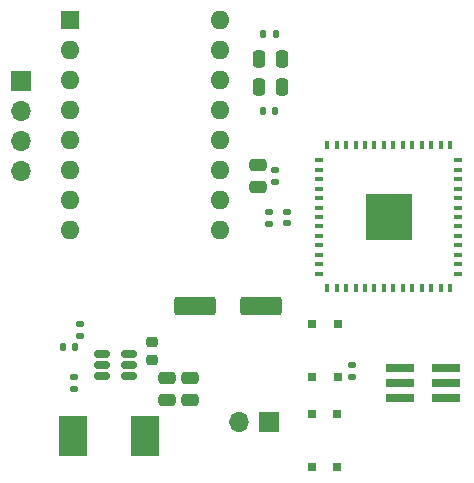
<source format=gbr>
%TF.GenerationSoftware,KiCad,Pcbnew,7.0.6*%
%TF.CreationDate,2023-09-28T21:06:28-04:00*%
%TF.ProjectId,Welder_Knob,57656c64-6572-45f4-9b6e-6f622e6b6963,rev?*%
%TF.SameCoordinates,Original*%
%TF.FileFunction,Soldermask,Top*%
%TF.FilePolarity,Negative*%
%FSLAX46Y46*%
G04 Gerber Fmt 4.6, Leading zero omitted, Abs format (unit mm)*
G04 Created by KiCad (PCBNEW 7.0.6) date 2023-09-28 21:06:28*
%MOMM*%
%LPD*%
G01*
G04 APERTURE LIST*
G04 Aperture macros list*
%AMRoundRect*
0 Rectangle with rounded corners*
0 $1 Rounding radius*
0 $2 $3 $4 $5 $6 $7 $8 $9 X,Y pos of 4 corners*
0 Add a 4 corners polygon primitive as box body*
4,1,4,$2,$3,$4,$5,$6,$7,$8,$9,$2,$3,0*
0 Add four circle primitives for the rounded corners*
1,1,$1+$1,$2,$3*
1,1,$1+$1,$4,$5*
1,1,$1+$1,$6,$7*
1,1,$1+$1,$8,$9*
0 Add four rect primitives between the rounded corners*
20,1,$1+$1,$2,$3,$4,$5,0*
20,1,$1+$1,$4,$5,$6,$7,0*
20,1,$1+$1,$6,$7,$8,$9,0*
20,1,$1+$1,$8,$9,$2,$3,0*%
G04 Aperture macros list end*
%ADD10R,2.400000X0.740000*%
%ADD11R,1.600000X1.600000*%
%ADD12O,1.600000X1.600000*%
%ADD13RoundRect,0.250000X0.475000X-0.250000X0.475000X0.250000X-0.475000X0.250000X-0.475000X-0.250000X0*%
%ADD14R,0.750000X0.700000*%
%ADD15RoundRect,0.135000X0.135000X0.185000X-0.135000X0.185000X-0.135000X-0.185000X0.135000X-0.185000X0*%
%ADD16RoundRect,0.140000X0.170000X-0.140000X0.170000X0.140000X-0.170000X0.140000X-0.170000X-0.140000X0*%
%ADD17RoundRect,0.250000X-0.250000X-0.475000X0.250000X-0.475000X0.250000X0.475000X-0.250000X0.475000X0*%
%ADD18RoundRect,0.140000X-0.170000X0.140000X-0.170000X-0.140000X0.170000X-0.140000X0.170000X0.140000X0*%
%ADD19R,0.800000X0.400000*%
%ADD20R,0.400000X0.800000*%
%ADD21R,4.000000X4.000000*%
%ADD22RoundRect,0.225000X-0.250000X0.225000X-0.250000X-0.225000X0.250000X-0.225000X0.250000X0.225000X0*%
%ADD23RoundRect,0.135000X-0.135000X-0.185000X0.135000X-0.185000X0.135000X0.185000X-0.135000X0.185000X0*%
%ADD24RoundRect,0.135000X-0.185000X0.135000X-0.185000X-0.135000X0.185000X-0.135000X0.185000X0.135000X0*%
%ADD25R,1.700000X1.700000*%
%ADD26O,1.700000X1.700000*%
%ADD27R,2.350000X3.500000*%
%ADD28RoundRect,0.250000X1.500000X0.550000X-1.500000X0.550000X-1.500000X-0.550000X1.500000X-0.550000X0*%
%ADD29RoundRect,0.150000X0.512500X0.150000X-0.512500X0.150000X-0.512500X-0.150000X0.512500X-0.150000X0*%
%ADD30RoundRect,0.135000X0.185000X-0.135000X0.185000X0.135000X-0.185000X0.135000X-0.185000X-0.135000X0*%
G04 APERTURE END LIST*
D10*
%TO.C,J8*%
X158450000Y-94270000D03*
X154550000Y-94270000D03*
X158450000Y-93000000D03*
X154550000Y-93000000D03*
X158450000Y-91730000D03*
X154550000Y-91730000D03*
%TD*%
D11*
%TO.C,A7*%
X126660000Y-62300000D03*
D12*
X126660000Y-64840000D03*
X126660000Y-67380000D03*
X126660000Y-69920000D03*
X126660000Y-72460000D03*
X126660000Y-75000000D03*
X126660000Y-77540000D03*
X126660000Y-80080000D03*
X139360000Y-80080000D03*
X139360000Y-77540000D03*
X139360000Y-75000000D03*
X139360000Y-72460000D03*
X139360000Y-69920000D03*
X139360000Y-67380000D03*
X139360000Y-64840000D03*
X139360000Y-62300000D03*
%TD*%
D13*
%TO.C,C11*%
X142500000Y-76430000D03*
X142500000Y-74530000D03*
%TD*%
%TO.C,C10*%
X136750000Y-94450000D03*
X136750000Y-92550000D03*
%TD*%
%TO.C,C9*%
X134800000Y-94450000D03*
X134800000Y-92550000D03*
%TD*%
D14*
%TO.C,SW7*%
X147125000Y-92500000D03*
X147125000Y-88000000D03*
X149275000Y-92500000D03*
X149275000Y-88000000D03*
%TD*%
D15*
%TO.C,R11*%
X144010000Y-70000000D03*
X142990000Y-70000000D03*
%TD*%
D16*
%TO.C,C13*%
X145000000Y-79450000D03*
X145000000Y-78490000D03*
%TD*%
D17*
%TO.C,D7*%
X142650000Y-65540000D03*
X144550000Y-65540000D03*
%TD*%
D16*
%TO.C,C12*%
X143940000Y-75960000D03*
X143940000Y-75000000D03*
%TD*%
D18*
%TO.C,C14*%
X150500000Y-91520000D03*
X150500000Y-92480000D03*
%TD*%
D19*
%TO.C,IC7*%
X147700000Y-74150000D03*
X147700000Y-74950000D03*
X147700000Y-75750000D03*
X147700000Y-76550000D03*
X147700000Y-77350000D03*
X147700000Y-78150000D03*
X147700000Y-78950000D03*
X147700000Y-79750000D03*
X147700000Y-80550000D03*
X147700000Y-81350000D03*
X147700000Y-82150000D03*
X147700000Y-82950000D03*
X147700000Y-83750000D03*
D20*
X148400000Y-85000000D03*
X149200000Y-85000000D03*
X150000000Y-85000000D03*
X150800000Y-85000000D03*
X151600000Y-85000000D03*
X152400000Y-85000000D03*
X153200000Y-85000000D03*
X154000000Y-85000000D03*
X154800000Y-85000000D03*
X155600000Y-85000000D03*
X156400000Y-85000000D03*
X157200000Y-85000000D03*
X158000000Y-85000000D03*
X158800000Y-85000000D03*
D19*
X159500000Y-83750000D03*
X159500000Y-82950000D03*
X159500000Y-82150000D03*
X159500000Y-81350000D03*
X159500000Y-80550000D03*
X159500000Y-79750000D03*
X159500000Y-78950000D03*
X159500000Y-78150000D03*
X159500000Y-77350000D03*
X159500000Y-76550000D03*
X159500000Y-75750000D03*
X159500000Y-74950000D03*
X159500000Y-74150000D03*
D20*
X158800000Y-72900000D03*
X158000000Y-72900000D03*
X157200000Y-72900000D03*
X156400000Y-72900000D03*
X155600000Y-72900000D03*
X154800000Y-72900000D03*
X154000000Y-72900000D03*
X153200000Y-72900000D03*
X152400000Y-72900000D03*
X151600000Y-72900000D03*
X150800000Y-72900000D03*
X150000000Y-72900000D03*
X149200000Y-72900000D03*
X148400000Y-72900000D03*
D21*
X153600000Y-78950000D03*
%TD*%
D22*
%TO.C,C7*%
X133600000Y-89525000D03*
X133600000Y-91075000D03*
%TD*%
D23*
%TO.C,R7*%
X125990000Y-90000000D03*
X127010000Y-90000000D03*
%TD*%
D24*
%TO.C,R10*%
X143500000Y-78490000D03*
X143500000Y-79510000D03*
%TD*%
D25*
%TO.C,J9*%
X122500000Y-67460000D03*
D26*
X122500000Y-70000000D03*
X122500000Y-72540000D03*
X122500000Y-75080000D03*
%TD*%
D18*
%TO.C,C8*%
X127000000Y-92520000D03*
X127000000Y-93480000D03*
%TD*%
D17*
%TO.C,D8*%
X142650000Y-67950000D03*
X144550000Y-67950000D03*
%TD*%
D27*
%TO.C,L7*%
X126887500Y-97500000D03*
X132937500Y-97500000D03*
%TD*%
D28*
%TO.C,C16*%
X142800000Y-86500000D03*
X137200000Y-86500000D03*
%TD*%
D25*
%TO.C,J7*%
X143490000Y-96325000D03*
D26*
X140950000Y-96325000D03*
%TD*%
D29*
%TO.C,U7*%
X131637500Y-92450000D03*
X131637500Y-91500000D03*
X131637500Y-90550000D03*
X129362500Y-90550000D03*
X129362500Y-91500000D03*
X129362500Y-92450000D03*
%TD*%
D14*
%TO.C,SW8*%
X147075000Y-100150000D03*
X147075000Y-95650000D03*
X149225000Y-100150000D03*
X149225000Y-95650000D03*
%TD*%
D30*
%TO.C,R8*%
X127500000Y-89010000D03*
X127500000Y-87990000D03*
%TD*%
D23*
%TO.C,R9*%
X143000000Y-63500000D03*
X144020000Y-63500000D03*
%TD*%
M02*

</source>
